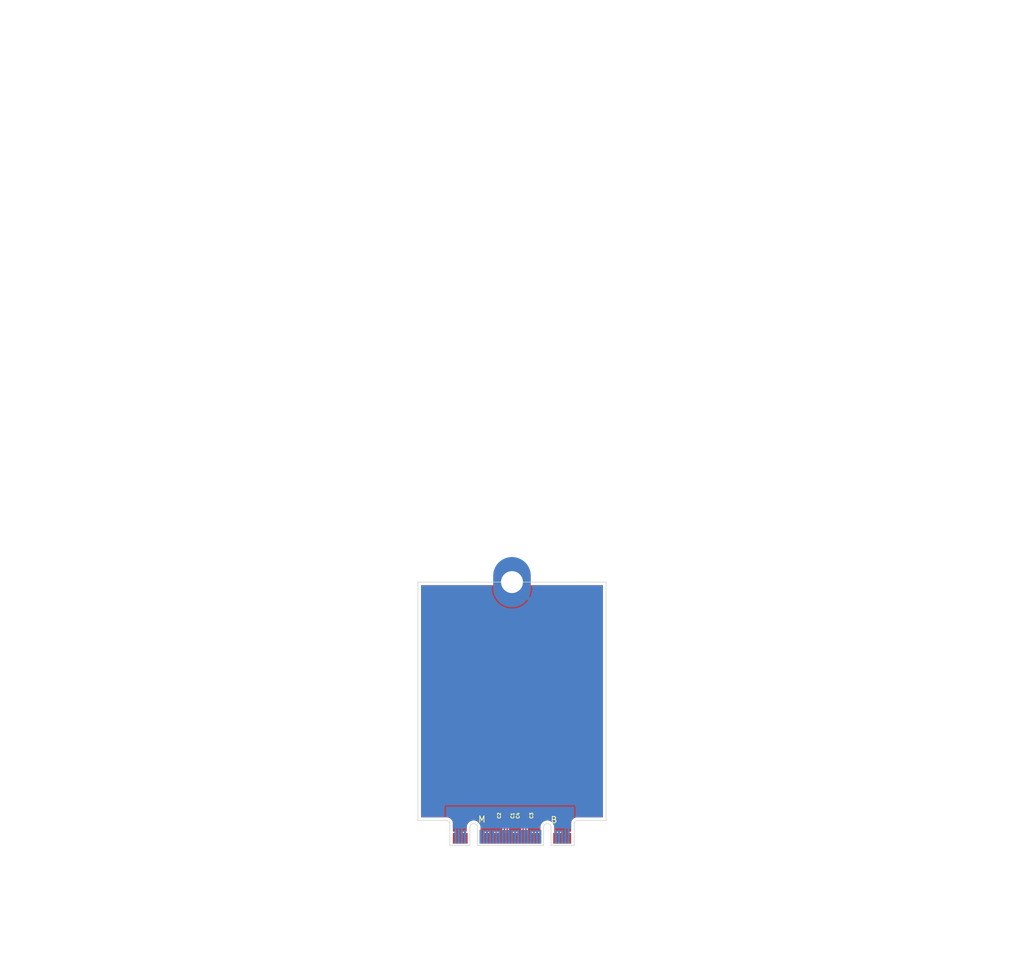
<source format=kicad_pcb>
(kicad_pcb (version 20241229) (generator "pcbnew") (generator_version "9.0")
  (layers (0 "F.Cu" signal) (2 "B.Cu" signal) (13 "F.Paste" user) (15 "B.Paste" user) (5 "F.SilkS" user "F.Silkscreen") (7 "B.SilkS" user "B.Silkscreen") (1 "F.Mask" user) (3 "B.Mask" user) (25 "Edge.Cuts" user))
  (net 0 "")
  (net 1 "/M.2 B+M Key/PET0N")
  (net 2 "/M.2 B+M Key/PET1N")
  (net 3 "/M.2 B+M Key/PET1P")
  (net 4 "/M.2 B+M Key/PET0P")
  (net 5 "/PET0+")
  (net 6 "GND")
  (net 7 "/PET1-")
  (net 8 "/PET1+")
  (net 9 "/CONFIG_3")
  (net 10 "+3.3V")
  (net 11 "/FULL_CARD_PWR_OFF#")
  (net 12 "/USB_D+")
  (net 13 "/W_DISABLE1#")
  (net 14 "/USB_D-")
  (net 15 "/GPIO_9{slash}LED#1")
  (net 16 "/GPIO_5")
  (net 17 "/CONFIG_0")
  (net 18 "/GPIO_6")
  (net 19 "/DPR")
  (net 20 "/GPIO_7")
  (net 21 "/GPIO_11")
  (net 22 "/GPIO_10")
  (net 23 "/GPIO_8")
  (net 24 "/UIM-RESET")
  (net 25 "/UIM-CLK")
  (net 26 "/UIM-DATA")
  (net 27 "/PER1-")
  (net 28 "/UIM-PWR")
  (net 29 "/PER1+")
  (net 30 "/DEVSLP")
  (net 31 "/GPIO_0")
  (net 32 "/GPIO_1")
  (net 33 "/GPIO_2")
  (net 34 "/GPIO_3")
  (net 35 "/PER0-")
  (net 36 "/GPIO_4")
  (net 37 "/PER0+")
  (net 38 "/PERST#")
  (net 39 "/CLKREQ#")
  (net 40 "/REFCLK-")
  (net 41 "/PEWAKE#")
  (net 42 "/REFCLK+")
  (net 45 "/RESET#")
  (net 46 "/SUSCLK")
  (net 47 "/CONFIG_1")
  (net 48 "/CONFIG_2")
  (net 49 "/PET0-")
  (footprint "PCIexpress:M.2 B+M Key Connector" (layer "F.Cu") (at 110.26 158.73)
    (property "Reference" "J1")
    (property "Value" "~")
    (fp_line (start -11 -2.89) (end -10.425 -2.89) (stroke (width 0.1)) (layer "Edge.Cuts"))
    (fp_line (start -9.925 -2.39) (end -9.925 1.11) (stroke (width 0.1)) (layer "Edge.Cuts"))
    (fp_line (start -6.72 -1.79) (end -6.72 1.11) (stroke (width 0.1)) (layer "Edge.Cuts"))
    (fp_line (start -6.72 1.11) (end -9.925 1.11) (stroke (width 0.1)) (layer "Edge.Cuts"))
    (fp_line (start -5.52 -1.79) (end -5.52 1.11) (stroke (width 0.1)) (layer "Edge.Cuts"))
    (fp_line (start -5.52 1.11) (end 5.03 1.11) (stroke (width 0.1)) (layer "Edge.Cuts"))
    (fp_line (start 5.03 -1.79) (end 5.03 1.11) (stroke (width 0.1)) (layer "Edge.Cuts"))
    (fp_line (start 6.23 -1.79) (end 6.23 1.11) (stroke (width 0.1)) (layer "Edge.Cuts"))
    (fp_line (start 6.23 1.11) (end 9.925 1.11) (stroke (width 0.1)) (layer "Edge.Cuts"))
    (fp_line (start 9.925 -2.39) (end 9.925 1.11) (stroke (width 0.1)) (layer "Edge.Cuts"))
    (fp_line (start 10.425 -2.89) (end 11 -2.89) (stroke (width 0.1)) (layer "Edge.Cuts"))
    (fp_arc (start -10.425 -2.89) (mid -10.071447 -2.743553) (end -9.925 -2.39) (stroke (width 0.1)) (layer "Edge.Cuts"))
    (fp_arc (start -6.72 -1.79) (mid -6.12 -2.39) (end -5.52 -1.79) (stroke (width 0.1)) (layer "Edge.Cuts"))
    (fp_arc (start 5.03 -1.79) (mid 5.63 -2.39) (end 6.23 -1.79) (stroke (width 0.1)) (layer "Edge.Cuts"))
    (fp_arc (start 9.925 -2.39) (mid 10.071447 -2.743553) (end 10.425 -2.89) (stroke (width 0.1)) (layer "Edge.Cuts"))
    (fp_text user "M" (at -5.475 -2.49 0) (layer "F.SilkS") (effects (justify left bottom)))
    (fp_text user "B" (at 6.085 -2.395 0) (layer "F.SilkS") (effects (justify left bottom)))
    (pad "1" smd rect (at 9.25 -0.04 180) (size 0.35 1.7) (layers "F.Cu") (net 9 "/CONFIG_3"))
    (pad "2" smd rect (at 9 -0.29 180) (size 0.35 2.2) (layers "B.Cu") (net 10 "+3.3V"))
    (pad "3" smd rect (at 8.75 -0.04 180) (size 0.35 1.7) (layers "F.Cu") (net 6 "GND"))
    (pad "4" smd rect (at 8.5 -0.29 180) (size 0.35 2.2) (layers "B.Cu") (net 10 "+3.3V"))
    (pad "5" smd rect (at 8.25 -0.04 180) (size 0.35 1.7) (layers "F.Cu") (net 6 "GND"))
    (pad "6" smd rect (at 8 -0.29 180) (size 0.35 2.2) (layers "B.Cu") (net 11 "/FULL_CARD_PWR_OFF#"))
    (pad "7" smd rect (at 7.75 -0.04 180) (size 0.35 1.7) (layers "F.Cu") (net 12 "/USB_D+"))
    (pad "8" smd rect (at 7.5 -0.29 180) (size 0.35 2.2) (layers "B.Cu") (net 13 "/W_DISABLE1#"))
    (pad "9" smd rect (at 7.25 -0.04 180) (size 0.35 1.7) (layers "F.Cu") (net 14 "/USB_D-"))
    (pad "10" smd rect (at 7 -0.29 180) (size 0.35 2.2) (layers "B.Cu") (net 15 "/GPIO_9{slash}LED#1"))
    (pad "11" smd rect (at 6.75 -0.04 180) (size 0.35 1.7) (layers "F.Cu") (net 6 "GND"))
    (pad "20" smd rect (at 4.5 -0.29 180) (size 0.35 2.2) (layers "B.Cu") (net 16 "/GPIO_5"))
    (pad "21" smd rect (at 4.25 -0.04 180) (size 0.35 1.7) (layers "F.Cu") (net 17 "/CONFIG_0"))
    (pad "22" smd rect (at 4 -0.29 180) (size 0.35 2.2) (layers "B.Cu") (net 18 "/GPIO_6"))
    (pad "23" smd rect (at 3.75 -0.04 180) (size 0.35 1.7) (layers "F.Cu") (net 19 "/DPR"))
    (pad "24" smd rect (at 3.5 -0.29 180) (size 0.35 2.2) (layers "B.Cu") (net 20 "/GPIO_7"))
    (pad "25" smd rect (at 3.25 -0.04 180) (size 0.35 1.7) (layers "F.Cu") (net 21 "/GPIO_11"))
    (pad "26" smd rect (at 3 -0.29 180) (size 0.35 2.2) (layers "B.Cu") (net 22 "/GPIO_10"))
    (pad "27" smd rect (at 2.75 -0.04 180) (size 0.35 1.7) (layers "F.Cu") (net 6 "GND"))
    (pad "28" smd rect (at 2.5 -0.29 180) (size 0.35 2.2) (layers "B.Cu") (net 23 "/GPIO_8"))
    (pad "29" smd rect (at 2.25 -0.04 180) (size 0.35 1.7) (layers "F.Cu") (net 2 "/M.2 B+M Key/PET1N"))
    (pad "30" smd rect (at 2 -0.29 180) (size 0.35 2.2) (layers "B.Cu") (net 24 "/UIM-RESET"))
    (pad "31" smd rect (at 1.75 -0.04 180) (size 0.35 1.7) (layers "F.Cu") (net 3 "/M.2 B+M Key/PET1P"))
    (pad "32" smd rect (at 1.5 -0.29 180) (size 0.35 2.2) (layers "B.Cu") (net 25 "/UIM-CLK"))
    (pad "33" smd rect (at 1.25 -0.04 180) (size 0.35 1.7) (layers "F.Cu") (net 6 "GND"))
    (pad "34" smd rect (at 1 -0.29 180) (size 0.35 2.2) (layers "B.Cu") (net 26 "/UIM-DATA"))
    (pad "35" smd rect (at 0.75 -0.04 180) (size 0.35 1.7) (layers "F.Cu") (net 27 "/PER1-"))
    (pad "36" smd rect (at 0.5 -0.29 180) (size 0.35 2.2) (layers "B.Cu") (net 28 "/UIM-PWR"))
    (pad "37" smd rect (at 0.25 -0.04 180) (size 0.35 1.7) (layers "F.Cu") (net 29 "/PER1+"))
    (pad "38" smd rect (at 0 -0.29 180) (size 0.35 2.2) (layers "B.Cu") (net 30 "/DEVSLP"))
    (pad "39" smd rect (at -0.25 -0.04 180) (size 0.35 1.7) (layers "F.Cu") (net 6 "GND"))
    (pad "40" smd rect (at -0.5 -0.29 180) (size 0.35 2.2) (layers "B.Cu") (net 31 "/GPIO_0"))
    (pad "41" smd rect (at -0.75 -0.04 180) (size 0.35 1.7) (layers "F.Cu") (net 1 "/M.2 B+M Key/PET0N"))
    (pad "42" smd rect (at -1 -0.29 180) (size 0.35 2.2) (layers "B.Cu") (net 32 "/GPIO_1"))
    (pad "43" smd rect (at -1.25 -0.04 180) (size 0.35 1.7) (layers "F.Cu") (net 4 "/M.2 B+M Key/PET0P"))
    (pad "44" smd rect (at -1.5 -0.29 180) (size 0.35 2.2) (layers "B.Cu") (net 33 "/GPIO_2"))
    (pad "45" smd rect (at -1.75 -0.04 180) (size 0.35 1.7) (layers "F.Cu") (net 6 "GND"))
    (pad "46" smd rect (at -2 -0.29 180) (size 0.35 2.2) (layers "B.Cu") (net 34 "/GPIO_3"))
    (pad "47" smd rect (at -2.25 -0.04 180) (size 0.35 1.7) (layers "F.Cu") (net 35 "/PER0-"))
    (pad "48" smd rect (at -2.5 -0.29 180) (size 0.35 2.2) (layers "B.Cu") (net 36 "/GPIO_4"))
    (pad "49" smd rect (at -2.75 -0.04 180) (size 0.35 1.7) (layers "F.Cu") (net 37 "/PER0+"))
    (pad "50" smd rect (at -3 -0.29 180) (size 0.35 2.2) (layers "B.Cu") (net 38 "/PERST#"))
    (pad "51" smd rect (at -3.25 -0.04 180) (size 0.35 1.7) (layers "F.Cu") (net 6 "GND"))
    (pad "52" smd rect (at -3.5 -0.29 180) (size 0.35 2.2) (layers "B.Cu") (net 39 "/CLKREQ#"))
    (pad "53" smd rect (at -3.75 -0.04 180) (size 0.35 1.7) (layers "F.Cu") (net 40 "/REFCLK-"))
    (pad "54" smd rect (at -4 -0.29 180) (size 0.35 2.2) (layers "B.Cu") (net 41 "/PEWAKE#"))
    (pad "55" smd rect (at -4.25 -0.04 180) (size 0.35 1.7) (layers "F.Cu") (net 42 "/REFCLK+"))
    (pad "56" smd rect (at -4.5 -0.29 180) (size 0.35 2.2) (layers "B.Cu"))
    (pad "57" smd rect (at -4.75 -0.04 180) (size 0.35 1.7) (layers "F.Cu") (net 6 "GND"))
    (pad "58" smd rect (at -5 -0.29 180) (size 0.35 2.2) (layers "B.Cu"))
    (pad "67" smd rect (at -7.25 -0.04 180) (size 0.35 1.7) (layers "F.Cu") (net 45 "/RESET#"))
    (pad "68" smd rect (at -7.5 -0.29 180) (size 0.35 2.2) (layers "B.Cu") (net 46 "/SUSCLK"))
    (pad "69" smd rect (at -7.75 -0.04 180) (size 0.35 1.7) (layers "F.Cu") (net 47 "/CONFIG_1"))
    (pad "70" smd rect (at -8 -0.29 180) (size 0.35 2.2) (layers "B.Cu") (net 10 "+3.3V"))
    (pad "71" smd rect (at -8.25 -0.04 180) (size 0.35 1.7) (layers "F.Cu") (net 6 "GND"))
    (pad "72" smd rect (at -8.5 -0.29 180) (size 0.35 2.2) (layers "B.Cu") (net 10 "+3.3V"))
    (pad "73" smd rect (at -8.75 -0.04 180) (size 0.35 1.7) (layers "F.Cu") (net 6 "GND"))
    (pad "74" smd rect (at -9 -0.29 180) (size 0.35 2.2) (layers "B.Cu") (net 10 "+3.3V"))
    (pad "75" smd rect (at -9.25 -0.04 180) (size 0.35 1.7) (layers "F.Cu") (net 48 "/CONFIG_2"))
  )
  (footprint "Capacitor_SMD:C_0201_0603Metric" (layer "F.Cu") (at 112.61 155.07 90)
    (property "Reference" "C3" (at 0 0.75 90) (layer "F.SilkS") (effects (font (size 0.5 0.5))))
    (property "Value" "220nF")
    (pad "1" smd roundrect (at -0.32 0 90) (size 0.46 0.4) (layers "F.Cu" "F.Mask") (net 2 "/M.2 B+M Key/PET1N"))
    (pad "2" smd roundrect (at 0.32 0 90) (size 0.46 0.4) (layers "F.Cu" "F.Mask") (net 7 "/PET1-"))
  )
  (footprint "Capacitor_SMD:C_0201_0603Metric" (layer "F.Cu") (at 111.91 155.07 90)
    (property "Reference" "C4" (at 0 -0.71 90) (layer "F.SilkS") (effects (font (size 0.5 0.5))))
    (property "Value" "220nF")
    (pad "1" smd roundrect (at -0.32 0 90) (size 0.46 0.4) (layers "F.Cu" "F.Mask") (net 3 "/M.2 B+M Key/PET1P"))
    (pad "2" smd roundrect (at 0.32 0 90) (size 0.46 0.4) (layers "F.Cu" "F.Mask") (net 8 "/PET1+"))
  )
  (footprint "Athena KiCAd library:M.2 Mounting Pad" (layer "F.Cu") (at 110.26 117.84)
    (property "Reference" "H1")
    (property "Value" "MountingHole_Pad")
    (pad "1" thru_hole circle (at 0 0) (size 5.5 5.5) (drill 3.5) (property pad_prop_castellated) (layers "*.Cu" "*.Mask") (net 6 "GND") (padstack (mode front_inner_back) (layer "Inner" (shape circle) (size 5.5 5.5)) (layer "B.Cu" (shape oval) (size 6 8))))
  )
  (footprint "Capacitor_SMD:C_0201_0603Metric" (layer "F.Cu") (at 108.91 155.07 90)
    (property "Reference" "C2" (at 0 -0.7 90) (layer "F.SilkS") (effects (font (size 0.5 0.5))))
    (property "Value" "220nF")
    (pad "1" smd roundrect (at -0.32 0 90) (size 0.46 0.4) (layers "F.Cu" "F.Mask") (net 4 "/M.2 B+M Key/PET0P"))
    (pad "2" smd roundrect (at 0.32 0 90) (size 0.46 0.4) (layers "F.Cu" "F.Mask") (net 5 "/PET0+"))
  )
  (footprint "Capacitor_SMD:C_0201_0603Metric" (layer "F.Cu") (at 109.61 155.07 90)
    (property "Reference" "C1" (at 0 0.73 90) (layer "F.SilkS") (effects (font (size 0.5 0.5))))
    (property "Value" "220nF")
    (pad "1" smd roundrect (at -0.32 0 90) (size 0.46 0.4) (layers "F.Cu" "F.Mask") (net 1 "/M.2 B+M Key/PET0N"))
    (pad "2" smd roundrect (at 0.32 0 90) (size 0.46 0.4) (layers "F.Cu" "F.Mask") (net 49 "/PET0-"))
  )
  (gr_line (start 125.26 117.84) (end 95.26 117.84) (stroke (width 0.1)) (layer "Edge.Cuts"))
  (gr_line (start 99.26 155.84) (end 95.26 155.84) (stroke (width 0.1)) (layer "Edge.Cuts"))
  (gr_line (start 125.26 155.84) (end 125.26 117.84) (stroke (width 0.1)) (layer "Edge.Cuts"))
  (gr_line (start 121.26 155.84) (end 125.26 155.84) (stroke (width 0.1)) (layer "Edge.Cuts"))
  (gr_line (start 95.26 117.84) (end 95.26 155.84) (stroke (width 0.1)) (layer "Edge.Cuts"))
  (segment (start 109.51 158.69) (end 109.51 157.414999) (width 0.2) (layer "F.Cu") (net 1))
  (segment (start 109.51 157.414999) (end 109.485 157.389999) (width 0.2) (layer "F.Cu") (net 1))
  (segment (start 109.485 157.389999) (end 109.485 155.860001) (width 0.2) (layer "F.Cu") (net 1))
  (segment (start 109.61 155.735001) (end 109.61 155.39) (width 0.2) (layer "F.Cu") (net 1))
  (segment (start 109.485 155.860001) (end 109.61 155.735001) (width 0.2) (layer "F.Cu") (net 1))
  (segment (start 112.51 157.414999) (end 112.485 157.389999) (width 0.2) (layer "F.Cu") (net 2))
  (segment (start 112.51 158.69) (end 112.51 157.414999) (width 0.2) (layer "F.Cu") (net 2))
  (segment (start 112.485 157.389999) (end 112.485 155.860001) (width 0.2) (layer "F.Cu") (net 2))
  (segment (start 112.485 155.860001) (end 112.61 155.735001) (width 0.2) (layer "F.Cu") (net 2))
  (segment (start 112.61 155.735001) (end 112.61 155.39) (width 0.2) (layer "F.Cu") (net 2))
  (segment (start 112.01 158.69) (end 112.01 157.414999) (width 0.2) (layer "F.Cu") (net 3))
  (segment (start 112.035 155.860001) (end 111.91 155.735001) (width 0.2) (layer "F.Cu") (net 3))
  (segment (start 111.91 155.735001) (end 111.91 155.39) (width 0.2) (layer "F.Cu") (net 3))
  (segment (start 112.01 157.414999) (end 112.035 157.389999) (width 0.2) (layer "F.Cu") (net 3))
  (segment (start 112.035 157.389999) (end 112.035 155.860001) (width 0.2) (layer "F.Cu") (net 3))
  (segment (start 109.035 157.389999) (end 109.035 155.860001) (width 0.2) (layer "F.Cu") (net 4))
  (segment (start 109.01 158.69) (end 109.01 157.414999) (width 0.2) (layer "F.Cu") (net 4))
  (segment (start 108.91 155.735001) (end 108.91 155.39) (width 0.2) (layer "F.Cu") (net 4))
  (segment (start 109.01 157.414999) (end 109.035 157.389999) (width 0.2) (layer "F.Cu") (net 4))
  (segment (start 109.035 155.860001) (end 108.91 155.735001) (width 0.2) (layer "F.Cu") (net 4))
  (zone (net 6) (net_name "GND") (layers "F.Cu" "B.Cu") (connect_pads (clearance 0.2)) (min_thickness 0.15) (fill yes (thermal_gap 0.2) (thermal_bridge_width 0.5))
    (polygon (pts (xy 125.26 158.23) (xy 125.26 49.84) (xy 95.26 49.84) (xy 95.26 158.23)))
  )
  (zone (net 10) (net_name "+3.3V") (layer "B.Cu") (priority 1) (connect_pads (clearance 0.2)) (min_thickness 0.1) (fill yes (thermal_gap 0.2) (thermal_bridge_width 0.25))
    (polygon (pts (xy 120.18 158.02) (xy 120.18 153.655) (xy 120.165 153.64) (xy 99.71 153.64) (xy 99.71 158.27) (xy 119.93 158.27)))
  )
)
</source>
